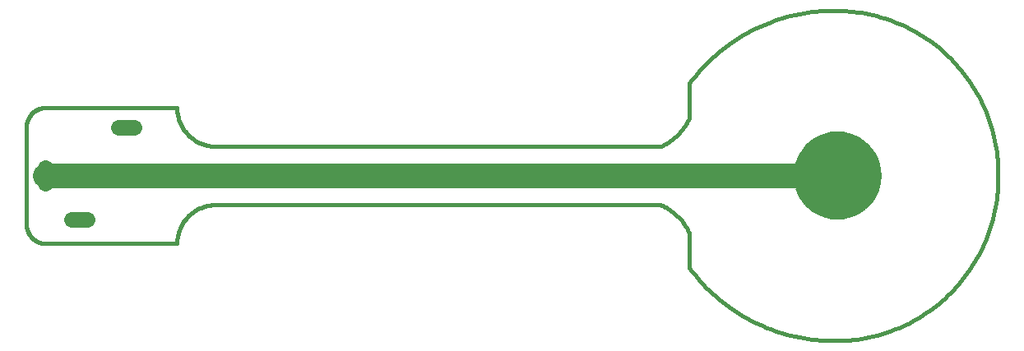
<source format=gbl>
G75*
%MOIN*%
%OFA0B0*%
%FSLAX25Y25*%
%IPPOS*%
%LPD*%
%AMOC8*
5,1,8,0,0,1.08239X$1,22.5*
%
%ADD10C,0.01600*%
%ADD11C,0.06337*%
%ADD12C,0.10000*%
%ADD13C,0.00600*%
D10*
X0023106Y0041189D02*
X0076256Y0041189D01*
X0076261Y0041570D01*
X0076274Y0041950D01*
X0076297Y0042330D01*
X0076330Y0042709D01*
X0076371Y0043087D01*
X0076421Y0043464D01*
X0076481Y0043840D01*
X0076549Y0044215D01*
X0076627Y0044587D01*
X0076714Y0044958D01*
X0076809Y0045326D01*
X0076914Y0045692D01*
X0077027Y0046055D01*
X0077149Y0046416D01*
X0077279Y0046773D01*
X0077419Y0047127D01*
X0077566Y0047478D01*
X0077723Y0047825D01*
X0077887Y0048168D01*
X0078060Y0048507D01*
X0078241Y0048842D01*
X0078430Y0049173D01*
X0078627Y0049498D01*
X0078831Y0049819D01*
X0079044Y0050135D01*
X0079264Y0050445D01*
X0079491Y0050751D01*
X0079726Y0051050D01*
X0079968Y0051344D01*
X0080216Y0051632D01*
X0080472Y0051914D01*
X0080735Y0052189D01*
X0081004Y0052458D01*
X0081279Y0052721D01*
X0081561Y0052977D01*
X0081849Y0053225D01*
X0082143Y0053467D01*
X0082442Y0053702D01*
X0082748Y0053929D01*
X0083058Y0054149D01*
X0083374Y0054362D01*
X0083695Y0054566D01*
X0084020Y0054763D01*
X0084351Y0054952D01*
X0084686Y0055133D01*
X0085025Y0055306D01*
X0085368Y0055470D01*
X0085715Y0055627D01*
X0086066Y0055774D01*
X0086420Y0055914D01*
X0086777Y0056044D01*
X0087138Y0056166D01*
X0087501Y0056279D01*
X0087867Y0056384D01*
X0088235Y0056479D01*
X0088606Y0056566D01*
X0088978Y0056644D01*
X0089353Y0056712D01*
X0089729Y0056772D01*
X0090106Y0056822D01*
X0090484Y0056863D01*
X0090863Y0056896D01*
X0091243Y0056919D01*
X0091623Y0056932D01*
X0092004Y0056937D01*
X0272122Y0056937D01*
X0283933Y0045126D02*
X0283933Y0031347D01*
X0283933Y0045126D02*
X0283728Y0045603D01*
X0283513Y0046076D01*
X0283286Y0046543D01*
X0283048Y0047004D01*
X0282799Y0047460D01*
X0282539Y0047910D01*
X0282269Y0048354D01*
X0281988Y0048791D01*
X0281697Y0049221D01*
X0281395Y0049644D01*
X0281084Y0050060D01*
X0280763Y0050468D01*
X0280432Y0050868D01*
X0280092Y0051261D01*
X0279743Y0051645D01*
X0279384Y0052021D01*
X0279017Y0052388D01*
X0278641Y0052747D01*
X0278257Y0053096D01*
X0277864Y0053436D01*
X0277464Y0053767D01*
X0277056Y0054088D01*
X0276640Y0054399D01*
X0276217Y0054701D01*
X0275787Y0054992D01*
X0275350Y0055273D01*
X0274906Y0055543D01*
X0274456Y0055803D01*
X0274000Y0056052D01*
X0273539Y0056290D01*
X0273072Y0056517D01*
X0272599Y0056732D01*
X0272122Y0056937D01*
X0272122Y0080559D02*
X0092004Y0080559D01*
X0091623Y0080564D01*
X0091243Y0080577D01*
X0090863Y0080600D01*
X0090484Y0080633D01*
X0090106Y0080674D01*
X0089729Y0080724D01*
X0089353Y0080784D01*
X0088978Y0080852D01*
X0088606Y0080930D01*
X0088235Y0081017D01*
X0087867Y0081112D01*
X0087501Y0081217D01*
X0087138Y0081330D01*
X0086777Y0081452D01*
X0086420Y0081582D01*
X0086066Y0081722D01*
X0085715Y0081869D01*
X0085368Y0082026D01*
X0085025Y0082190D01*
X0084686Y0082363D01*
X0084351Y0082544D01*
X0084020Y0082733D01*
X0083695Y0082930D01*
X0083374Y0083134D01*
X0083058Y0083347D01*
X0082748Y0083567D01*
X0082442Y0083794D01*
X0082143Y0084029D01*
X0081849Y0084271D01*
X0081561Y0084519D01*
X0081279Y0084775D01*
X0081004Y0085038D01*
X0080735Y0085307D01*
X0080472Y0085582D01*
X0080216Y0085864D01*
X0079968Y0086152D01*
X0079726Y0086446D01*
X0079491Y0086745D01*
X0079264Y0087051D01*
X0079044Y0087361D01*
X0078831Y0087677D01*
X0078627Y0087998D01*
X0078430Y0088323D01*
X0078241Y0088654D01*
X0078060Y0088989D01*
X0077887Y0089328D01*
X0077723Y0089671D01*
X0077566Y0090018D01*
X0077419Y0090369D01*
X0077279Y0090723D01*
X0077149Y0091080D01*
X0077027Y0091441D01*
X0076914Y0091804D01*
X0076809Y0092170D01*
X0076714Y0092538D01*
X0076627Y0092909D01*
X0076549Y0093281D01*
X0076481Y0093656D01*
X0076421Y0094032D01*
X0076371Y0094409D01*
X0076330Y0094787D01*
X0076297Y0095166D01*
X0076274Y0095546D01*
X0076261Y0095926D01*
X0076256Y0096307D01*
X0023106Y0096307D01*
X0022916Y0096305D01*
X0022726Y0096298D01*
X0022536Y0096286D01*
X0022346Y0096270D01*
X0022157Y0096250D01*
X0021968Y0096224D01*
X0021780Y0096195D01*
X0021593Y0096160D01*
X0021407Y0096121D01*
X0021222Y0096078D01*
X0021037Y0096030D01*
X0020854Y0095978D01*
X0020673Y0095922D01*
X0020493Y0095861D01*
X0020314Y0095795D01*
X0020137Y0095726D01*
X0019961Y0095652D01*
X0019788Y0095574D01*
X0019616Y0095491D01*
X0019447Y0095405D01*
X0019279Y0095315D01*
X0019114Y0095220D01*
X0018951Y0095122D01*
X0018791Y0095019D01*
X0018633Y0094913D01*
X0018478Y0094803D01*
X0018325Y0094690D01*
X0018175Y0094572D01*
X0018029Y0094451D01*
X0017885Y0094327D01*
X0017744Y0094199D01*
X0017606Y0094068D01*
X0017471Y0093933D01*
X0017340Y0093795D01*
X0017212Y0093654D01*
X0017088Y0093510D01*
X0016967Y0093364D01*
X0016849Y0093214D01*
X0016736Y0093061D01*
X0016626Y0092906D01*
X0016520Y0092748D01*
X0016417Y0092588D01*
X0016319Y0092425D01*
X0016224Y0092260D01*
X0016134Y0092092D01*
X0016048Y0091923D01*
X0015965Y0091751D01*
X0015887Y0091578D01*
X0015813Y0091402D01*
X0015744Y0091225D01*
X0015678Y0091046D01*
X0015617Y0090866D01*
X0015561Y0090685D01*
X0015509Y0090502D01*
X0015461Y0090317D01*
X0015418Y0090132D01*
X0015379Y0089946D01*
X0015344Y0089759D01*
X0015315Y0089571D01*
X0015289Y0089382D01*
X0015269Y0089193D01*
X0015253Y0089003D01*
X0015241Y0088813D01*
X0015234Y0088623D01*
X0015232Y0088433D01*
X0015232Y0049063D01*
X0015234Y0048873D01*
X0015241Y0048683D01*
X0015253Y0048493D01*
X0015269Y0048303D01*
X0015289Y0048114D01*
X0015315Y0047925D01*
X0015344Y0047737D01*
X0015379Y0047550D01*
X0015418Y0047364D01*
X0015461Y0047179D01*
X0015509Y0046994D01*
X0015561Y0046811D01*
X0015617Y0046630D01*
X0015678Y0046450D01*
X0015744Y0046271D01*
X0015813Y0046094D01*
X0015887Y0045918D01*
X0015965Y0045745D01*
X0016048Y0045573D01*
X0016134Y0045404D01*
X0016224Y0045236D01*
X0016319Y0045071D01*
X0016417Y0044908D01*
X0016520Y0044748D01*
X0016626Y0044590D01*
X0016736Y0044435D01*
X0016849Y0044282D01*
X0016967Y0044132D01*
X0017088Y0043986D01*
X0017212Y0043842D01*
X0017340Y0043701D01*
X0017471Y0043563D01*
X0017606Y0043428D01*
X0017744Y0043297D01*
X0017885Y0043169D01*
X0018029Y0043045D01*
X0018175Y0042924D01*
X0018325Y0042806D01*
X0018478Y0042693D01*
X0018633Y0042583D01*
X0018791Y0042477D01*
X0018951Y0042374D01*
X0019114Y0042276D01*
X0019279Y0042181D01*
X0019447Y0042091D01*
X0019616Y0042005D01*
X0019788Y0041922D01*
X0019961Y0041844D01*
X0020137Y0041770D01*
X0020314Y0041701D01*
X0020493Y0041635D01*
X0020673Y0041574D01*
X0020854Y0041518D01*
X0021037Y0041466D01*
X0021222Y0041418D01*
X0021407Y0041375D01*
X0021593Y0041336D01*
X0021780Y0041301D01*
X0021968Y0041272D01*
X0022157Y0041246D01*
X0022346Y0041226D01*
X0022536Y0041210D01*
X0022726Y0041198D01*
X0022916Y0041191D01*
X0023106Y0041189D01*
X0272122Y0080559D02*
X0272614Y0080770D01*
X0273101Y0080993D01*
X0273582Y0081228D01*
X0274058Y0081475D01*
X0274527Y0081733D01*
X0274990Y0082003D01*
X0275446Y0082284D01*
X0275895Y0082576D01*
X0276336Y0082879D01*
X0276771Y0083193D01*
X0277197Y0083517D01*
X0277615Y0083852D01*
X0278025Y0084197D01*
X0278426Y0084551D01*
X0278819Y0084916D01*
X0279202Y0085290D01*
X0279576Y0085673D01*
X0279941Y0086066D01*
X0280295Y0086467D01*
X0280640Y0086877D01*
X0280975Y0087295D01*
X0281299Y0087721D01*
X0281613Y0088156D01*
X0281916Y0088597D01*
X0282208Y0089046D01*
X0282489Y0089502D01*
X0282759Y0089965D01*
X0283017Y0090434D01*
X0283264Y0090910D01*
X0283499Y0091391D01*
X0283722Y0091878D01*
X0283933Y0092370D01*
X0283933Y0106150D01*
X0283933Y0031347D02*
X0284980Y0029958D01*
X0286059Y0028595D01*
X0287171Y0027258D01*
X0288314Y0025949D01*
X0289489Y0024667D01*
X0290694Y0023413D01*
X0291929Y0022189D01*
X0293192Y0020995D01*
X0294484Y0019832D01*
X0295804Y0018700D01*
X0297150Y0017600D01*
X0298523Y0016532D01*
X0299920Y0015498D01*
X0301342Y0014498D01*
X0302788Y0013532D01*
X0304256Y0012601D01*
X0305747Y0011705D01*
X0307258Y0010846D01*
X0308790Y0010023D01*
X0310340Y0009237D01*
X0311910Y0008488D01*
X0313496Y0007778D01*
X0315100Y0007105D01*
X0316719Y0006472D01*
X0318353Y0005877D01*
X0320000Y0005322D01*
X0321661Y0004806D01*
X0323333Y0004331D01*
X0325016Y0003895D01*
X0326709Y0003500D01*
X0328412Y0003146D01*
X0330122Y0002833D01*
X0331839Y0002561D01*
X0333562Y0002331D01*
X0335291Y0002141D01*
X0337023Y0001993D01*
X0338758Y0001887D01*
X0340496Y0001823D01*
X0342234Y0001800D01*
X0343973Y0001819D01*
X0283933Y0106149D02*
X0284980Y0107538D01*
X0286059Y0108901D01*
X0287171Y0110238D01*
X0288314Y0111547D01*
X0289489Y0112829D01*
X0290694Y0114083D01*
X0291929Y0115307D01*
X0293192Y0116501D01*
X0294484Y0117664D01*
X0295804Y0118796D01*
X0297150Y0119896D01*
X0298523Y0120964D01*
X0299920Y0121998D01*
X0301342Y0122998D01*
X0302788Y0123964D01*
X0304256Y0124895D01*
X0305747Y0125791D01*
X0307258Y0126650D01*
X0308790Y0127473D01*
X0310340Y0128259D01*
X0311910Y0129008D01*
X0313496Y0129718D01*
X0315100Y0130391D01*
X0316719Y0131024D01*
X0318353Y0131619D01*
X0320000Y0132174D01*
X0321661Y0132690D01*
X0323333Y0133165D01*
X0325016Y0133601D01*
X0326709Y0133996D01*
X0328412Y0134350D01*
X0330122Y0134663D01*
X0331839Y0134935D01*
X0333562Y0135165D01*
X0335291Y0135355D01*
X0337023Y0135503D01*
X0338758Y0135609D01*
X0340496Y0135673D01*
X0342234Y0135696D01*
X0343973Y0135677D01*
X0343972Y0135677D02*
X0345565Y0135634D01*
X0347157Y0135552D01*
X0348746Y0135432D01*
X0350332Y0135274D01*
X0351914Y0135077D01*
X0353490Y0134842D01*
X0355060Y0134570D01*
X0356624Y0134259D01*
X0358179Y0133911D01*
X0359725Y0133525D01*
X0361262Y0133102D01*
X0362788Y0132642D01*
X0364302Y0132145D01*
X0365804Y0131612D01*
X0367293Y0131042D01*
X0368767Y0130437D01*
X0370226Y0129796D01*
X0371670Y0129121D01*
X0373096Y0128410D01*
X0374506Y0127666D01*
X0375896Y0126887D01*
X0377268Y0126075D01*
X0378619Y0125231D01*
X0379950Y0124353D01*
X0381259Y0123444D01*
X0382546Y0122504D01*
X0383809Y0121533D01*
X0385049Y0120531D01*
X0386264Y0119500D01*
X0387454Y0118440D01*
X0388618Y0117351D01*
X0389755Y0116234D01*
X0390865Y0115091D01*
X0391947Y0113921D01*
X0393001Y0112725D01*
X0394025Y0111504D01*
X0395020Y0110258D01*
X0395984Y0108989D01*
X0396917Y0107697D01*
X0397819Y0106383D01*
X0398688Y0105047D01*
X0399525Y0103691D01*
X0400329Y0102315D01*
X0401100Y0100920D01*
X0401836Y0099507D01*
X0402539Y0098076D01*
X0403206Y0096629D01*
X0403839Y0095166D01*
X0404435Y0093688D01*
X0404996Y0092196D01*
X0405521Y0090691D01*
X0406009Y0089174D01*
X0406461Y0087645D01*
X0406875Y0086106D01*
X0407252Y0084558D01*
X0407591Y0083001D01*
X0407893Y0081436D01*
X0408157Y0079864D01*
X0408383Y0078286D01*
X0408570Y0076704D01*
X0408720Y0075117D01*
X0408831Y0073527D01*
X0408903Y0071935D01*
X0408937Y0070342D01*
X0408933Y0068748D01*
X0408937Y0067154D01*
X0408903Y0065561D01*
X0408831Y0063969D01*
X0408720Y0062379D01*
X0408570Y0060792D01*
X0408383Y0059210D01*
X0408157Y0057632D01*
X0407893Y0056060D01*
X0407591Y0054495D01*
X0407252Y0052938D01*
X0406875Y0051390D01*
X0406461Y0049851D01*
X0406009Y0048322D01*
X0405521Y0046805D01*
X0404996Y0045300D01*
X0404435Y0043808D01*
X0403839Y0042330D01*
X0403206Y0040867D01*
X0402539Y0039420D01*
X0401836Y0037989D01*
X0401100Y0036576D01*
X0400329Y0035181D01*
X0399525Y0033805D01*
X0398688Y0032449D01*
X0397819Y0031113D01*
X0396917Y0029799D01*
X0395984Y0028507D01*
X0395020Y0027238D01*
X0394025Y0025992D01*
X0393001Y0024771D01*
X0391947Y0023575D01*
X0390865Y0022405D01*
X0389755Y0021262D01*
X0388618Y0020145D01*
X0387454Y0019056D01*
X0386264Y0017996D01*
X0385049Y0016965D01*
X0383809Y0015963D01*
X0382546Y0014992D01*
X0381259Y0014052D01*
X0379950Y0013143D01*
X0378619Y0012265D01*
X0377268Y0011421D01*
X0375896Y0010609D01*
X0374506Y0009830D01*
X0373096Y0009086D01*
X0371670Y0008375D01*
X0370226Y0007700D01*
X0368767Y0007059D01*
X0367293Y0006454D01*
X0365804Y0005884D01*
X0364302Y0005351D01*
X0362788Y0004854D01*
X0361262Y0004394D01*
X0359725Y0003971D01*
X0358179Y0003585D01*
X0356624Y0003237D01*
X0355060Y0002926D01*
X0353490Y0002654D01*
X0351914Y0002419D01*
X0350332Y0002222D01*
X0348746Y0002064D01*
X0347157Y0001944D01*
X0345565Y0001862D01*
X0343972Y0001819D01*
D11*
X0058794Y0088433D02*
X0052457Y0088433D01*
X0022949Y0071917D02*
X0022949Y0065580D01*
X0033560Y0051032D02*
X0039897Y0051032D01*
D12*
X0022949Y0068748D02*
X0343972Y0068748D01*
D13*
X0326531Y0067551D02*
X0361414Y0067551D01*
X0361374Y0066953D02*
X0326570Y0066953D01*
X0326603Y0066461D02*
X0326453Y0068748D01*
X0361492Y0068748D01*
X0361342Y0066461D01*
X0360895Y0064214D01*
X0360159Y0062044D01*
X0359145Y0059988D01*
X0357872Y0058083D01*
X0356361Y0056360D01*
X0354638Y0054849D01*
X0352732Y0053576D01*
X0350677Y0052562D01*
X0348507Y0051825D01*
X0346259Y0051378D01*
X0343972Y0051228D01*
X0341686Y0051378D01*
X0339438Y0051825D01*
X0337268Y0052562D01*
X0335213Y0053576D01*
X0333307Y0054849D01*
X0331584Y0056360D01*
X0330073Y0058083D01*
X0328800Y0059988D01*
X0327786Y0062044D01*
X0327050Y0064214D01*
X0326603Y0066461D01*
X0326624Y0066354D02*
X0361321Y0066354D01*
X0361202Y0065756D02*
X0326743Y0065756D01*
X0326862Y0065157D02*
X0361083Y0065157D01*
X0360964Y0064559D02*
X0326981Y0064559D01*
X0327136Y0063960D02*
X0360809Y0063960D01*
X0360606Y0063362D02*
X0327339Y0063362D01*
X0327542Y0062763D02*
X0360403Y0062763D01*
X0360200Y0062164D02*
X0327745Y0062164D01*
X0328022Y0061566D02*
X0359923Y0061566D01*
X0359628Y0060967D02*
X0328317Y0060967D01*
X0328612Y0060369D02*
X0359333Y0060369D01*
X0358999Y0059770D02*
X0328946Y0059770D01*
X0329345Y0059172D02*
X0358599Y0059172D01*
X0358200Y0058573D02*
X0329745Y0058573D01*
X0330168Y0057975D02*
X0357777Y0057975D01*
X0357252Y0057376D02*
X0330693Y0057376D01*
X0331218Y0056778D02*
X0356727Y0056778D01*
X0356155Y0056179D02*
X0331790Y0056179D01*
X0332472Y0055581D02*
X0355473Y0055581D01*
X0354790Y0054982D02*
X0333155Y0054982D01*
X0334003Y0054384D02*
X0353942Y0054384D01*
X0353046Y0053785D02*
X0334899Y0053785D01*
X0336001Y0053187D02*
X0351944Y0053187D01*
X0350730Y0052588D02*
X0337215Y0052588D01*
X0338954Y0051990D02*
X0348991Y0051990D01*
X0346324Y0051391D02*
X0341620Y0051391D01*
X0326492Y0068150D02*
X0361453Y0068150D01*
X0361492Y0068748D02*
X0361342Y0071035D01*
X0360895Y0073283D01*
X0360159Y0075453D01*
X0359145Y0077508D01*
X0357872Y0079413D01*
X0356361Y0081136D01*
X0354638Y0082647D01*
X0352732Y0083921D01*
X0350677Y0084934D01*
X0348507Y0085671D01*
X0346259Y0086118D01*
X0343972Y0086268D01*
X0341686Y0086118D01*
X0339438Y0085671D01*
X0337268Y0084934D01*
X0335213Y0083921D01*
X0333307Y0082647D01*
X0331584Y0081136D01*
X0330073Y0079413D01*
X0328800Y0077508D01*
X0327786Y0075453D01*
X0327050Y0073283D01*
X0326603Y0071035D01*
X0326453Y0068748D01*
X0326492Y0069347D02*
X0361453Y0069347D01*
X0361414Y0069945D02*
X0326531Y0069945D01*
X0326570Y0070544D02*
X0361374Y0070544D01*
X0361321Y0071142D02*
X0326624Y0071142D01*
X0326743Y0071741D02*
X0361202Y0071741D01*
X0361083Y0072339D02*
X0326862Y0072339D01*
X0326981Y0072938D02*
X0360964Y0072938D01*
X0360809Y0073536D02*
X0327136Y0073536D01*
X0327339Y0074135D02*
X0360606Y0074135D01*
X0360403Y0074733D02*
X0327542Y0074733D01*
X0327745Y0075332D02*
X0360200Y0075332D01*
X0359923Y0075930D02*
X0328022Y0075930D01*
X0328317Y0076529D02*
X0359628Y0076529D01*
X0359333Y0077127D02*
X0328612Y0077127D01*
X0328945Y0077726D02*
X0358999Y0077726D01*
X0358599Y0078324D02*
X0329345Y0078324D01*
X0329745Y0078923D02*
X0358200Y0078923D01*
X0357777Y0079521D02*
X0330168Y0079521D01*
X0330693Y0080120D02*
X0357252Y0080120D01*
X0356727Y0080718D02*
X0331218Y0080718D01*
X0331790Y0081317D02*
X0356155Y0081317D01*
X0355472Y0081915D02*
X0332472Y0081915D01*
X0333155Y0082514D02*
X0354790Y0082514D01*
X0353942Y0083112D02*
X0334003Y0083112D01*
X0334899Y0083711D02*
X0353046Y0083711D01*
X0351944Y0084309D02*
X0336001Y0084309D01*
X0337215Y0084908D02*
X0350730Y0084908D01*
X0348991Y0085506D02*
X0338954Y0085506D01*
X0341620Y0086105D02*
X0346324Y0086105D01*
M02*

</source>
